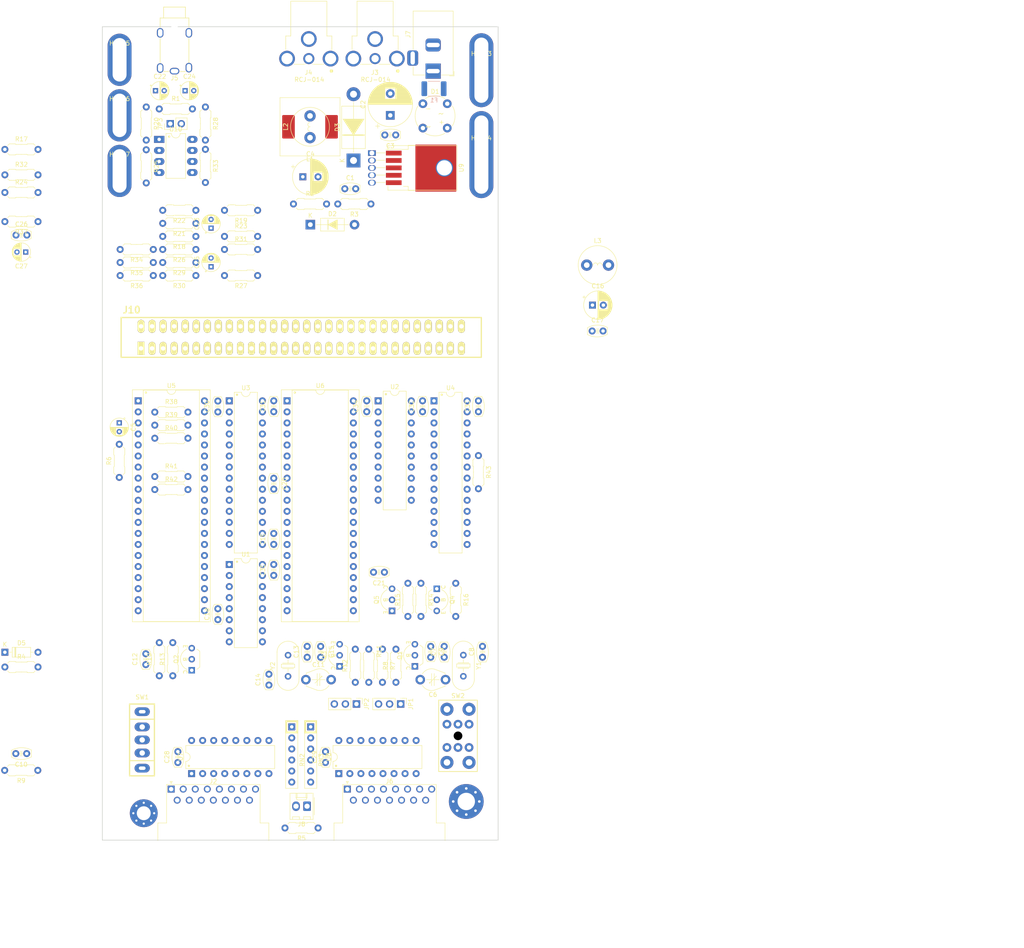
<source format=kicad_pcb>
(kicad_pcb (version 20211014) (generator pcbnew)
  (title_block (date "2022-10-09") (rev "A") (company "Eugene Lozovoy"))
  (layers (0 "F.Cu" signal) (31 "B.Cu" signal) (34 "B.Paste" user) (35 "F.Paste" user) (36 "B.SilkS" user "B.Silkscreen") (37 "F.SilkS" user "F.Silkscreen") (38 "B.Mask" user) (39 "F.Mask" user) (44 "Edge.Cuts" user))
  (net 0 "")
  (net 1 "Net-(C1-Pad2)")
  (net 2 "Net-(C2-Pad1)")
  (net 3 "+5V")
  (net 4 "Net-(D1-Pad2)")
  (net 5 "GND")
  (net 6 "Net-(D1-Pad4)")
  (net 7 "Net-(D3-Pad1)")
  (net 8 "Net-(F1-Pad1)")
  (net 9 "Net-(F1-Pad2)")
  (net 10 "/~{VRAMCS}")
  (net 11 "Net-(U1-Pad1)")
  (net 12 "/A13")
  (net 13 "/A14")
  (net 16 "/~{ROMSEL}")
  (net 19 "/A15")
  (net 20 "/M2")
  (net 21 "/PA0")
  (net 22 "/PAD0")
  (net 23 "/PAD1")
  (net 24 "/PA1")
  (net 25 "/PA2")
  (net 26 "/PAD2")
  (net 27 "/PAD3")
  (net 28 "/PA3")
  (net 29 "Net-(U2-Pad11)")
  (net 30 "/PA4")
  (net 31 "/PAD4")
  (net 32 "/PAD5")
  (net 33 "/PA5")
  (net 34 "/PA6")
  (net 35 "/PAD6")
  (net 36 "/PAD7")
  (net 37 "/PA7")
  (net 38 "/A7")
  (net 39 "/A6")
  (net 40 "/A5")
  (net 41 "/A4")
  (net 42 "/A3")
  (net 43 "/A2")
  (net 44 "/A1")
  (net 45 "/A0")
  (net 46 "/D0")
  (net 47 "/D1")
  (net 48 "/D2")
  (net 49 "/D3")
  (net 50 "Net-(C6-Pad1)")
  (net 51 "/SND_R")
  (net 52 "/SND_L")
  (net 53 "/D4")
  (net 54 "/D5")
  (net 55 "/D6")
  (net 56 "/D7")
  (net 57 "/~{RAMSEL}")
  (net 58 "/A10")
  (net 59 "/A9")
  (net 60 "/A8")
  (net 61 "/R{slash}~{W}")
  (net 62 "/VA10")
  (net 63 "/~{PRD}")
  (net 64 "/PA9")
  (net 65 "/PA8")
  (net 66 "/~{PWR}")
  (net 67 "/~{NMI}")
  (net 68 "/A11")
  (net 69 "/A12")
  (net 70 "/CLK21")
  (net 71 "Net-(C7-Pad2)")
  (net 72 "Net-(C8-Pad2)")
  (net 73 "Net-(C11-Pad1)")
  (net 74 "/CLK26")
  (net 75 "Net-(C12-Pad1)")
  (net 76 "/CPUCLK")
  (net 77 "Net-(C13-Pad2)")
  (net 78 "/PA13")
  (net 79 "/PA12")
  (net 80 "/PA11")
  (net 81 "/PA10")
  (net 82 "Net-(C14-Pad2)")
  (net 83 "/PPUCLK")
  (net 84 "Net-(JP2-Pad2)")
  (net 85 "+5VA")
  (net 86 "Net-(Q4-Pad2)")
  (net 87 "Net-(Q4-Pad3)")
  (net 88 "/VOUT")
  (net 89 "Net-(R9-Pad1)")
  (net 90 "/~{IRQ}")
  (net 91 "/~{PPUSEL}")
  (net 92 "/OUT2")
  (net 93 "/OUT1")
  (net 94 "/OUT0")
  (net 95 "Net-(J2-Pad9)")
  (net 96 "Net-(J2-Pad8)")
  (net 97 "Net-(J6-Pad9)")
  (net 98 "Net-(J6-Pad7)")
  (net 99 "Net-(J6-Pad5)")
  (net 100 "Net-(J6-Pad4)")
  (net 101 "Net-(J6-Pad6)")
  (net 102 "Net-(J6-Pad8)")
  (net 103 "Net-(J6-Pad13)")
  (net 104 "/~{JOY2}")
  (net 105 "/~{JOY1}")
  (net 106 "/NPA13")
  (net 107 "/~{RESET}")
  (net 108 "Net-(C22-Pad1)")
  (net 109 "Net-(C23-Pad1)")
  (net 110 "Net-(C23-Pad2)")
  (net 111 "Net-(C24-Pad1)")
  (net 112 "Net-(C25-Pad1)")
  (net 113 "Net-(C25-Pad2)")
  (net 114 "Net-(C26-Pad2)")
  (net 115 "/SND1")
  (net 116 "Net-(R20-Pad2)")
  (net 117 "/SND2")
  (net 118 "Net-(R24-Pad1)")
  (net 119 "Net-(R28-Pad2)")
  (net 120 "Net-(R32-Pad1)")
  (net 121 "/SND_I")
  (net 122 "Net-(D5-Pad2)")
  (net 123 "/COMPOSITE")
  (net 124 "/SND_O")
  (net 125 "Net-(JP3-Pad1)")
  (net 138 "Net-(J8-Pad2)")
  (footprint "Capacitor_THT_AKL:C_Trimmer_GKU_L5.6mm_W5.0mm_P5.8mm" (layer "F.Cu") (at 244.335241 205 180)
    (fp_text reference "C6")
    (fp_text value "30p" hide)
  )
  (footprint "Resistor_THT_AKL:R_Array_SIP6" (layer "F.Cu") (at 208.985241 215.85 -90)
    (fp_text reference "RN2")
    (fp_text value "R_Network05" hide)
  )
  (footprint "Inductor_THT_AKL:L_Radial_D8.7mm_P5.00mm_Fastron_07HCP" (layer "F.Cu") (at 213.185241 80.4 90)
    (fp_text reference "L2")
    (fp_text value "68uH/2A" hide)
  )
  (footprint "Resistor_THT_AKL:R_Axial_DIN0207_L6.3mm_D2.5mm_P7.62mm_Horizontal" (layer "F.Cu") (at 178.525241 73.8)
    (fp_text reference "R1")
    (fp_text value "100" hide)
  )
  (footprint "Capacitor_THT_AKL:CP_Radial_D4.0mm_P2.00mm" (layer "F.Cu") (at 177.662642 69.6)
    (fp_text reference "C22")
    (fp_text value "10u" hide)
  )
  (footprint "Diode_THT_AKL:D_DO-41_SOD81_P10.16mm_Horizontal" (layer "F.Cu") (at 213.255241 100.4)
    (fp_text reference "D2")
    (fp_text value "1N4733A" hide)
  )
  (footprint "Resistor_THT_AKL:R_Axial_DIN0207_L6.3mm_D2.5mm_P7.62mm_Horizontal" (layer "F.Cu") (at 189.135241 73.35 -90)
    (fp_text reference "R28")
    (fp_text value "1" hide)
  )
  (footprint "Resistor_THT_AKL:R_Axial_DIN0207_L6.3mm_D2.5mm_P7.62mm_Horizontal" (layer "F.Cu") (at 178.535241 204.11 90)
    (fp_text reference "R10")
    (fp_text value "150k" hide)
  )
  (footprint "Resistor_THT_AKL:R_Axial_DIN0207_L6.3mm_D2.5mm_P7.62mm_Horizontal" (layer "F.Cu") (at 177.500241 143.5)
    (fp_text reference "R38")
    (fp_text value "10k" hide)
  )
  (footprint "Capacitor_THT_AKL:C_Disc_D5.0mm_W2.5mm_P2.50mm" (layer "F.Cu") (at 278.05 124.85)
    (fp_text reference "C17")
    (fp_text value "100n" hide)
  )
  (footprint "Capacitor_THT_AKL:C_Disc_D5.0mm_W2.5mm_P2.50mm" (layer "F.Cu") (at 239.06 143.4 90)
    (fp_text reference "C32")
    (fp_text value "100n" hide)
  )
  (footprint "Resistor_THT_AKL:R_Axial_DIN0207_L6.3mm_D2.5mm_P7.62mm_Horizontal" (layer "F.Cu") (at 201.145241 112.1 180)
    (fp_text reference "R27")
    (fp_text value "4.7k" hide)
  )
  (footprint "Resistor_THT_AKL:R_Axial_DIN0207_L6.3mm_D2.5mm_P7.62mm_Horizontal" (layer "F.Cu") (at 246.685241 182.84 -90)
    (fp_text reference "R16")
    (fp_text value "75" hide)
  )
  (footprint "Capacitor_THT_AKL:C_Disc_D5.0mm_W2.5mm_P2.50mm" (layer "F.Cu") (at 240.935241 197.35 -90)
    (fp_text reference "C9")
    (fp_text value "31p" hide)
  )
  (footprint "my:Diode_Bridge_Round_D10.0mm" (layer "F.Cu") (at 239.135241 72.6)
    (fp_text reference "D1")
    (fp_text value "2W10")
  )
  (footprint "Resistor_THT_AKL:R_Axial_DIN0207_L6.3mm_D2.5mm_P7.62mm_Horizontal" (layer "F.Cu") (at 238.685241 182.84 -90)
    (fp_text reference "R14")
    (fp_text value "220" hide)
  )
  (footprint "Capacitor_THT_AKL:CP_Radial_D8.0mm_P3.50mm" (layer "F.Cu") (at 211.53259 89.4)
    (fp_text reference "C4")
    (fp_text value "220u/16V" hide)
  )
  (footprint "MountingHole:MountingHole_3.2mm_M3_Pad_Via" (layer "F.Cu") (at 174.961241 235.7081)
    (fp_text reference "HOLE1" hide)
    (fp_text value "HOLE")
  )
  (footprint "Capacitor_THT_AKL:CP_Radial_D4.0mm_P2.00mm" (layer "F.Cu") (at 190.435241 101.2 90)
    (fp_text reference "C23")
    (fp_text value "10u" hide)
  )
  (footprint "Package_TO_SOT_THT_AKL:TO-92_Inline_Wide_CBE" (layer "F.Cu") (at 219.995241 201.94 90)
    (fp_text reference "Q3")
    (fp_text value "BC549B" hide)
  )
  (footprint "Resistor_THT_AKL:R_Axial_DIN0207_L6.3mm_D2.5mm_P7.62mm_Horizontal" (layer "F.Cu") (at 143.035241 83.1)
    (fp_text reference "R17")
    (fp_text value "510" hide)
  )
  (footprint "Inductor_THT_AKL:L_Radial_D8.7mm_P5.00mm_Fastron_07HCP" (layer "F.Cu") (at 276.8 109.7)
    (fp_text reference "L3")
    (fp_text value "220u/0.2A" hide)
  )
  (footprint "Capacitor_THT_AKL:C_Disc_D5.0mm_W2.5mm_P2.50mm" (layer "F.Cu") (at 226.225 143.4 90)
    (fp_text reference "C34")
    (fp_text value "100n" hide)
  )
  (footprint "Connector_Dsub:DSUB-15_Male_Horizontal_P2.77x2.54mm_EdgePinOffset9.40mm" (layer "F.Cu") (at 181.265241 230.17)
    (fp_text reference "J2")
    (fp_text value "DB15_Male")
  )
  (footprint "MountingHole:MountingHole_3.2mm_M3_DIN965_Pad" (layer "F.Cu") (at 169.405241 88.05)
    (fp_text reference "HOLE7")
    (fp_text value "HOLE")
  )
  (footprint "Package_DIP_AKL:DIP-16_W7.62mm" (layer "F.Cu") (at 194.622741 178.525)
    (fp_text reference "U1")
    (fp_text value "74LS139" hide)
  )
  (footprint "Resistor_THT_AKL:R_Axial_DIN0207_L6.3mm_D2.5mm_P7.62mm_Horizontal" (layer "F.Cu") (at 175.535241 73.35 -90)
    (fp_text reference "R20")
    (fp_text value "1" hide)
  )
  (footprint "Resistor_THT_AKL:R_Axial_DIN0207_L6.3mm_D2.5mm_P7.62mm_Horizontal" (layer "F.Cu") (at 186.945241 103.1 180)
    (fp_text reference "R18")
    (fp_text value "2k" hide)
  )
  (footprint "Resistor_THT_AKL:R_Axial_DIN0207_L6.3mm_D2.5mm_P7.62mm_Horizontal" (layer "F.Cu") (at 175.535241 83.19 -90)
    (fp_text reference "R25")
    (fp_text value "10k" hide)
  )
  (footprint "my:FC_Reset_Switch_Universal" (layer "F.Cu") (at 247.205241 217.92)
    (fp_text reference "SW2")
    (fp_text value "Button THT")
  )
  (footprint "Diode_THT_AKL:D_DO-201AD_P15.24mm_Horizontal" (layer "F.Cu") (at 223.185241 85.65 90)
    (fp_text reference "D3")
    (fp_text value "1N5822" hide)
  )
  (footprint "Resistor_THT_AKL:R_Axial_DIN0207_L6.3mm_D2.5mm_P7.62mm_Horizontal" (layer "F.Cu") (at 169.335241 158.51 90)
    (fp_text reference "R6")
    (fp_text value "10k" hide)
  )
  (footprint "Capacitor_THT_AKL:C_Trimmer_GKU_L5.6mm_W5.0mm_P5.8mm" (layer "F.Cu") (at 212.235241 205)
    (fp_text reference "C11")
    (fp_text value "30p" hide)
  )
  (footprint "MountingHole:MountingHole_3.2mm_M3_DIN965_Pad" (layer "F.Cu") (at 169.405241 62.5)
    (fp_text reference "HOLE5")
    (fp_text value "HOLE")
  )
  (footprint "Resistor_THT_AKL:R_Axial_DIN0207_L6.3mm_D2.5mm_P7.62mm_Horizontal" (layer "F.Cu") (at 177.500241 149.5)
    (fp_text reference "R40")
    (fp_text value "10k" hide)
  )
  (footprint "Capacitor_THT_AKL:C_Disc_D5.0mm_W2.5mm_P2.50mm" (layer "F.Cu") (at 192 191.2 90)
    (fp_text reference "C18")
    (fp_text value "30p" hide)
  )
  (footprint "Resistor_THT_AKL:R_Axial_DIN0207_L6.3mm_D2.5mm_P7.62mm_Horizontal" (layer "F.Cu") (at 201.145241 97.1 180)
    (fp_text reference "R19")
    (fp_text value "4.7k" hide)
  )
  (footprint "Crystal_AKL:Crystal_HC49-U_Vertical" (layer "F.Cu") (at 248.435241 199.35 -90)
    (fp_text reference "Y1")
    (fp_text value "21.47727MHz" hide)
  )
  (footprint "Resistor_THT_AKL:R_Axial_DIN0207_L6.3mm_D2.5mm_P7.62mm_Horizontal" (layer "F.Cu") (at 209.375241 95.65)
    (fp_text reference "R2")
    (fp_text value "3k" hide)
  )
  (footprint "Capacitor_THT_AKL:CP_Radial_D4.0mm_P2.00mm" (layer "F.Cu") (at 190.435241 110.072599 90)
    (fp_text reference "C25")
    (fp_text value "10u" hide)
  )
  (footprint "Resistor_THT_AKL:R_Axial_DIN0207_L6.3mm_D2.5mm_P7.62mm_Horizontal" (layer "F.Cu") (at 226.695241 197.99 -90)
    (fp_text reference "R11")
    (fp_text value "1.2k" hide)
  )
  (footprint "Capacitor_THT_AKL:C_Disc_D5.0mm_W2.5mm_P2.50mm" (layer "F.Cu") (at 192 143.45 90)
    (fp_text reference "C30")
    (fp_text value "100n" hide)
  )
  (footprint "Resistor_THT_AKL:R_Axial_DIN0207_L6.3mm_D2.5mm_P7.62mm_Horizontal" (layer "F.Cu") (at 229.835241 197.99 -90)
    (fp_text reference "R7")
    (fp_text value "1.2k" hide)
  )
  (footprint "Package_DIP_AKL:DIP-28_W7.62mm" (layer "F.Cu") (at 241.685241 140.9)
    (fp_text reference "U4")
    (fp_text value "62256" hide)
  )
  (footprint "Resistor_THT_AKL:R_Axial_DIN0207_L6.3mm_D2.5mm_P7.62mm_Horizontal" (layer "F.Cu") (at 232.935241 205.61 90)
    (fp_text reference "R8")
    (fp_text value "220k" hide)
  )
  (footprint "Resistor_THT_AKL:R_Axial_DIN0207_L6.3mm_D2.5mm_P7.62mm_Horizontal" (layer "F.Cu") (at 150.61 225.85 180)
    (fp_text reference "R9")
    (fp_text value "100k" hide)
  )
  (footprint "Capacitor_THT_AKL:C_Disc_D5.0mm_W2.5mm_P2.50mm" (layer "F.Cu") (at 252.835241 199.85 90)
    (fp_text reference "C8")
    (fp_text value "15p" hide)
  )
  (footprint "Package_DIP_AKL:DIP-40_W15.24mm_Socket" (layer "F.Cu") (at 207.910241 140.9)
    (fp_text reference "U6")
    (fp_text value "RP2C02" hide)
  )
  (footprint "Connector_BarrelJack:BarrelJack_Horizontal" (layer "F.Cu") (at 241.492741 65.1 -90)
    (fp_text reference "J7")
    (fp_text value "DS-210")
  )
  (footprint "Resistor_THT_AKL:R_Axial_DIN0207_L6.3mm_D2.5mm_P7.62mm_Horizontal" (layer "F.Cu") (at 177.155241 112.1 180)
    (fp_text reference "R36")
    (fp_text value "2.2k" hide)
  )
  (footprint "Resistor_THT_AKL:R_Axial_DIN0207_L6.3mm_D2.5mm_P7.62mm_Horizontal" (layer "F.Cu") (at 177.155241 109.1 180)
    (fp_text reference "R35")
    (fp_text value "75" hide)
  )
  (footprint "Resistor_THT_AKL:R_Axial_DIN0207_L6.3mm_D2.5mm_P7.62mm_Horizontal" (layer "F.Cu") (at 150.655241 99.7 180)
    (fp_text reference "R37")
    (fp_text value "510" hide)
  )
  (footprint "Resistor_THT_AKL:R_Axial_DIN0207_L6.3mm_D2.5mm_P7.62mm_Horizontal" (layer "F.Cu") (at 186.945241 112.1 180)
    (fp_text reference "R30")
    (fp_text value "4.7k" hide)
  )
  (footprint "Crystal_AKL:Crystal_HC49-U_Vertical" (layer "F.Cu") (at 208.135241 204.25 90)
    (fp_text reference "Y2")
    (fp_text value "26.601712MHz" hide)
  )
  (footprint "Resistor_THT_AKL:R_Axial_DIN0207_L6.3mm_D2.5mm_P7.62mm_Horizontal" (layer "F.Cu") (at 223.595241 205.61 90)
    (fp_text reference "R12")
    (fp_text value "220k" hide)
  )
  (footprint "Package_TO_SOT_THT_AKL:TO-92_Inline_Wide_EBC" (layer "F.Cu") (at 232.045241 189.19 90)
    (fp_text reference "Q5")
    (fp_text value "2N5401" hide)
  )
  (footprint "Resistor_THT_AKL:R_Axial_DIN0207_L6.3mm_D2.5mm_P7.62mm_Horizontal" (layer "F.Cu") (at 143.035241 202.1)
    (fp_text reference "R4")
    (fp_text value "1.2k" hide)
  )
  (footprint "Resistor_THT_AKL:R_Axial_DIN0207_L6.3mm_D2.5mm_P7.62mm_Horizontal" (layer "F.Cu") (at 186.945241 109.1 180)
    (fp_text reference "R29")
    (fp_text value "2k" hide)
  )
  (footprint "Capacitor_THT_AKL:C_Disc_D5.0mm_W2.5mm_P2.50mm" (layer "F.Cu") (at 145.595241 102.8)
    (fp_text reference "C26")
    (fp_text value "150p" hide)
  )
  (footprint "Package_DIP_AKL:DIP-16_W7.62mm" (layer "F.Cu") (at 219.8 226.6 90)
    (fp_text reference "U8")
    (fp_text value "74LS368" hide)
  )
  (footprint "Connector_Dsub:DSUB-15_Male_Horizontal_P2.77x2.54mm_EdgePinOffset9.40mm" (layer "F.Cu") (at 221.765241 230.17)
    (fp_text reference "J6")
    (fp_text value "DB15_Male")
  )
  (footprint "Resistor_THT_AKL:R_Axial_DIN0207_L6.3mm_D2.5mm_P7.62mm_Horizontal" (layer "F.Cu") (at 177.500241 158.3)
    (fp_text reference "R41")
    (fp_text value "10k" hide)
  )
  (footprint "Capacitor_THT_AKL:C_Disc_D5.0mm_W2.5mm_P2.50mm" (layer "F.Cu") (at 244.035241 199.85 90)
    (fp_text reference "C7")
    (fp_text value "30p" hide)
  )
  (footprint "Package_TO_SOT_THT_AKL:TO-92_Inline_Wide_CBE" (layer "F.Cu") (at 242.325241 184.11 -90)
    (fp_text reference "Q4")
    (fp_text value "BC549B" hide)
  )
  (footprint "Capacitor_THT_AKL:C_Disc_D5.0mm_W2.5mm_P2.50mm" (layer "F.Cu") (at 204.85 158.7 -90)
    (fp_text reference "C20")
    (fp_text value "68p" hide)
  )
  (footprint "Resistor_THT_AKL:R_Axial_DIN0207_L6.3mm_D2.5mm_P7.62mm_Horizontal" (layer "F.Cu") (at 235.685241 190.46 90)
    (fp_text reference "R15")
    (fp_text value "1k" hide)
  )
  (footprint "Resistor_THT_AKL:R_Axial_DIN0207_L6.3mm_D2.5mm_P7.62mm_Horizontal" (layer "F.Cu") (at 186.945241 106.1 180)
    (fp_text reference "R26")
    (fp_text value "1.5k" hide)
  )
  (footprint "my:PJ-322" (layer "F.Cu") (at 182.035241 58.4)
    (fp_text reference "J5")
    (fp_text value "PJ-322")
  )
  (footprint "Capacitor_THT_AKL:CP_Radial_D4.0mm_P2.00mm" (layer "F.Cu") (at 169.335241 145.977401 -90)
    (fp_text reference "C5")
    (fp_text value "10u" hide)
  )
  (footprint "Connector_PinHeader_2.54mm:PinHeader_1x03_P2.54mm_Vertical" (layer "F.Cu") (at 223.860241 210.6 -90)
    (fp_text reference "JP2")
    (fp_text value "Jumper_3_Bridged12")
  )
  (footprint "Package_DIP_AKL:DIP-16_W7.62mm" (layer "F.Cu") (at 185.960241 226.6 90)
    (fp_text reference "U7")
    (fp_text value "74LS368" hide)
  )
  (footprint "Capacitor_THT_AKL:C_Disc_D5.0mm_W2.5mm_P2.50mm" (layer "F.Cu") (at 203.735241 206.25 90)
    (fp_text reference "C14")
    (fp_text value "15p" hide)
  )
  (footprint "MountingHole:MountingHole_3.2mm_M3_DIN965_Pad" (layer "F.Cu") (at 169.405241 75.275)
    (fp_text reference "HOLE6")
    (fp_text value "HOLE")
  )
  (footprint "Capacitor_THT_AKL:CP_Radial_D4.0mm_P2.00mm" (layer "F.Cu") (at 147.817841 106.7 180)
    (fp_text reference "C27")
    (fp_text value "33u" hide)
  )
  (footprint "MountingHole:MountingHole_3.2mm_M3_DIN965_Pad" (layer "F.Cu") (at 252.580241 64.9)
    (fp_text reference "HOLE3")
    (fp_text value "HOLE")
  )
  (footprint "Connector_PinHeader_2.54mm:PinHeader_1x02_P2.54mm_Vertical" (layer "F.Cu") (at 181.060241 77.2 90)
    (fp_text reference "JP3")
    (fp_text value "Jumper_2_Open")
  )
  (footprint "Capacitor_THT_AKL:C_Disc_D5.0mm_W2.5mm_P2.50mm" (layer "F.Cu") (at 204.85 143.4 90)
    (fp_text reference "C31")
    (fp_text value "100n" hide)
  )
  (footprint "my:SS12F44G5" (layer "F.Cu") (at 174.605241 212.37)
    (fp_text reference "SW1")
    (fp_text value "SW_SPDT")
  )
  (footprint "Resistor_THT_AKL:R_Axial_DIN0207_L6.3mm_D2.5mm_P7.62mm_Horizontal" (layer "F.Cu") (at 177.500241 161.3)
    (fp_text reference "R42")
    (fp_text value "10k" hide)
  )
  (footprint "Package_DIP_AKL:DIP-28_W7.62mm" (layer "F.Cu") (at 194.622741 140.9)
    (fp_text reference "U3")
    (fp_text value "62256" hide)
  )
  (footprint "Resistor_THT_AKL:R_Array_SIP6" (layer "F.Cu") (at 213.335241 215.85 -90)
    (fp_text reference "RN3")
    (fp_text value "R_Network05" hide)
  )
  (footprint "my:TO-220-263-5_Horizontal_TabDown" (layer "F.Cu") (at 227.410241 83.95 -90)
    (fp_text reference "U9")
    (fp_text value "LM2596T-ADJ")
  )
  (footprint "Resistor_THT_AKL:R_Axial_DIN0207_L6.3mm_D2.5mm_P7.62mm_Horizontal" (layer "F.Cu") (at 193.525241 106.1)
    (fp_text reference "R31")
    (fp_text value "4.7k" hide)
  )
  (footprint "Package_TO_SOT_THT_AKL:TO-92_Inline_Wide_CBE" (layer "F.Cu") (at 237.295241 201.94 90)
    (fp_text reference "Q1")
    (fp_text value "BC549B" hide)
  )
  (footprint "MountingHole:MountingHole_3.2mm_M3_DIN965_Pad" (layer "F.Cu") (at 252.580241 84.3)
    (fp_text reference "HOLE4")
    (fp_text value "HOLE")
  )
  (footprint "Package_TO_SOT_THT_AKL:TO-92_Inline_Wide_CBE" (layer "F.Cu") (at 185.995241 202.84 90)
    (fp_text reference "Q2")
    (fp_text value "BC549B" hide)
  )
  (footprint "Capacitor_THT_AKL:C_Disc_D5.0mm_W2.5mm_P2.50mm" (layer "F.Cu") (at 216.739759 224.05 90)
    (fp_text reference "C29")
    (fp_text value "100n" hide)
  )
  (footprint "Connector_PinHeader_2.54mm:PinHeader_1x03_P2.54mm_Vertical" (layer "F.Cu") (at 234.020241 210.6 -90)
    (fp_text reference "JP1")
    (fp_text value "Jumper_3_Bridged12")
  )
  (footprint "my:CUI_RCJ-01X" (layer "F.Cu") (at 228.148071 57.74117)
    (fp_text reference "J3")
    (fp_text value "RCJ-014")
  )
  (footprint "Resistor_THT_AKL:R_Axial_DIN0207_L6.3mm_D2.5mm_P7.62mm_Horizontal" (layer "F.Cu") (at 143.035241 93)
    (fp_text reference "R24")
    (fp_text value "1k" hide)
  )
  (footprint "Capacitor_THT_AKL:C_Disc_D5.0mm_W2.5mm_P2.50mm" (layer "F.Cu") (at 230.285241 180.3 180)
    (fp_text reference "C21")
    (fp_text value "68p" hide)
  )
  (footprint "Package_DIP_AKL:DIP-20_W7.62mm" (layer "F.Cu") (at 228.847741 140.9)
    (fp_text reference "U2")
    (fp_text value "74LS373" hide)
  )
  (footprint "Diode_THT:D_DO-35_SOD27_P7.62mm_Horizontal" (layer "F.Cu") (at 143.035241 198.7)
    (fp_text reference "D5")
    (fp_text value "1N4148")
  )
  (footprint "MountingHole:MountingHole_4mm_Pad_Via" (layer "F.Cu") (at 249.105271 233.00907)
    (fp_text reference "HOLE2" hide)
    (fp_text value "HOLE")
  )
  (footprint "Resistor_THT_AKL:R_Axial_DIN0207_L6.3mm_D2.5mm_P7.62mm_Horizontal" (layer "F.Cu") (at 251.9 153.49 -90)
    (fp_text reference "R43")
    (fp_text value "10k" hide)
  )
  (footprint "Package_DIP_AKL:DIP-8_W7.62mm_LongPads" (layer "F.Cu") (at 178.510241 80.8)
    (fp_text reference "U10")
    (fp_text value "MC1458P" hide)
  )
  (footprint "Resistor_THT_AKL:R_Axial_DIN0207_L6.3mm_D2.5mm_P7.62mm_Horizontal" (layer "F.Cu") (at 193.525241 103.1)
    (fp_text reference "R23")
    (fp_text value "4.7k" hide)
  )
  (footprint "Resistor_THT_AKL:R_Axial_DIN0207_L6.3mm_D2.5mm_P7.62mm_Horizontal" (layer "F.Cu") (at 177.500241 146.5)
    (fp_text reference "R39")
    (fp_text value "10k" hide)
  )
  (footprint "Capacitor_THT_AKL:CP_Radial_D4.0mm_P2.00mm" (layer "F.Cu") (at 184.462642 69.6)
    (fp_text reference "C24")
    (fp_text value "10u" hide)
  )
  (footprint "Capacitor_THT_AKL:C_Disc_D5.0mm_W2.5mm_P2.50mm" (layer "F.Cu") (at 204.85 181.025 90)
    (fp_text reference "C35")
    (fp_text value "100n" hide)
  )
  (footprint "Resistor_THT_AKL:R_Axial_DIN0207_L6.3mm_D2.5mm_P7.62mm_Horizontal" (layer "F.Cu") (at 186.945241 100.1 180)
    (fp_text reference "R21")
    (fp_text value "1k" hide)
  )
  (footprint "Capacitor_THT_AKL:C_Disc_D5.0mm_W2.5mm_P2.50mm" (layer "F.Cu") (at 148.05 222 180)
    (fp_text reference "C10")
    (fp_text value "100n" hide)
  )
  (footprint "Resistor_THT_AKL:R_Axial_DIN0207_L6.3mm_D2.5mm_P7.62mm_Horizontal" (layer "F.Cu") (at 227.185241 95.65 180)
    (fp_text reference "R3")
    (fp_text value "1k" hide)
  )
  (footprint "Inductor_SMD_AKL:L_12x12mm_H8mm" (layer "F.Cu") (at 213.185241 77.9 180)
    (fp_text reference "L1")
    (fp_text value "68uH/2A" hide)
  )
  (footprint "Capacitor_THT_AKL:C_Disc_D5.0mm_W2.5mm_P2.50mm" (layer "F.Cu") (at 251.9 143.4 90)
    (fp_text reference "C33")
    (fp_text value "100n" hide)
  )
  (footprint "Capacitor_THT_AKL:C_Disc_D5.0mm_W2.5mm_P2.50mm" (layer "F.Cu") (at 212.535241 199.85 90)
    (fp_text reference "C13")
    (fp_text value "30p" hide)
  )
  (footprint "my:CUI_RCJ-01X" (layer "F.Cu") (at 212.906471 57.74117)
    (fp_text reference "J4")
    (fp_text value "RCJ-014")
  )
  (footprint "Resistor_THT_AKL:R_Axial_DIN0207_L6.3mm_D2.5mm_P7.62mm_Horizontal" (layer "F.Cu") (at 181.635241 204.11 90)
    (fp_text reference "R13")
    (fp_text value "1.2k" hide)
  )
  (footprint "Capacitor_THT_AKL:C_Disc_D5.0mm_W2.5mm_P2.50mm" (layer "F.Cu") (at 175.435241 201.55 90)
    (fp_text reference "C12")
    (fp_text value "2.2n" hide)
  )
  (footprint "Capacitor_THT_AKL:C_Disc_D5.0mm_W2.5mm_P2.50mm" (layer "F.Cu") (at 204.85 173.9 90)
    (fp_text reference "C19")
    (fp_text value "330p" hide)
  )
  (footprint "Resistor_THT_AKL:R_Axial_DIN0207_L6.3mm_D2.5mm_P7.62mm_Horizontal" (layer "F.Cu") (at 143.035241 88.95)
    (fp_text reference "R32")
    (fp_text value "1k" hide)
  )
  (footprint "Capacitor_THT_AKL:CP_Radial_D10.0mm_P5.00mm" (layer "F.Cu") (at 231.635241 75.267677 90)
    (fp_text reference "C2")
    (fp_text value "470u/25V" hide)
  )
  (footprint "Connector_Molex:Molex_KK-254_AE-6410-02A_1x02_P2.54mm_Vertical" (layer "F.Cu") (at 212.505241 234.1 180)
    (fp_text reference "J8")
    (fp_text value "Conn_01x02")
  )
  (footprint "Resistor_THT_AKL:R_Axial_DIN0207_L6.3mm_D2.5mm_P7.62mm_Horizontal" (layer "F.Cu") (at 215.045241 239.1 180)
    (fp_text reference "R5")
    (fp_text value "470" hide)
  )
  (footprint "Capacitor_THT_AKL:C_Disc_D5.0mm_W2.5mm_P2.50mm" (layer "F.Cu") (at 182.8 224.05 90)
    (fp_text reference "C28")
    (fp_text value "100n" hide)
  )
  (footprint "Capacitor_THT_AKL:C_Disc_D5.0mm_W2.5mm_P2.50mm" (layer "F.Cu") (at 232.885241 79.782323 180)
    (fp_text reference "C3")
    (fp_text value "100n" hide)
  )
  (footprint "Capacitor_THT_AKL:C_Disc_D5.0mm_W2.5mm_P2.50mm" (layer "F.Cu") (at 221.185241 92.15)
    (fp_text reference "C1")
    (fp_text value "10n" hide)
  )
  (footprint "Resistor_THT_AKL:R_Axial_DIN0207_L6.3mm_D2.5mm_P7.62mm_Horizontal" (layer "F.Cu") (at 186.945241 97.1 180)
    (fp_text reference "R22")
    (fp_text value "4.7k" hide)
  )
  (footprint "Capacitor_THT_AKL:CP_Radial_D6.3mm_P2.50mm" (layer "F.Cu") (at 278.117621 118.9)
    (fp_text reference "C16")
    (fp_text value "220u" hide)
  )
  (footprint "Resistor_THT_AKL:R_Axial_DIN0207_L6.3mm_D2.5mm_P7.62mm_Horizontal" (layer "F.Cu") (at 177.155241 106.1 180)
    (fp_text reference "R34")
    (fp_text value "75" hide)
  )
  (footprint "my:FC60" (layer "F.Cu") (at 174.335241 128.85)
    (fp_text reference "J10")
    (fp_text value "FC 60 pin cartridge slot" hide)
  )
  (footprint "Package_DIP_AKL:DIP-40_W15.24mm_Socket" (layer "F.Cu") (at 173.685241 140.9)
    (fp_text reference "U5")
    (fp_text value "RP2A03" hide)
  )
  (footprint "Capacitor_THT_AKL:C_Disc_D5.0mm_W2.5mm_P2.50mm" (layer "F.Cu") (at 215.635241 197.35 -90)
    (fp_text reference "C15")
    (fp_text value "31p" hide)
  )
  (footprint "Resistor_THT_AKL:R_Axial_DIN0207_L6.3mm_D2.5mm_P7.62mm_Horizontal" (layer "F.Cu") (at 189.135241 83.09 -90)
    (fp_text reference "R33")
    (fp_text value "10k" hide)
  )
  (footprint "Fuse:Fuse_1812_4532Metric_Pad1.30x3.40mm_HandSolder" (layer "B.Cu") (at 241.685241 69.15)
    (fp_text reference "F1")
    (fp_text value "0.5A")
  )
  (gr_rect (start 165.435241 54.9) (end 256.435241 241.9) (layer "Edge.Cuts") (width 0.15) (fill none))
)
</source>
